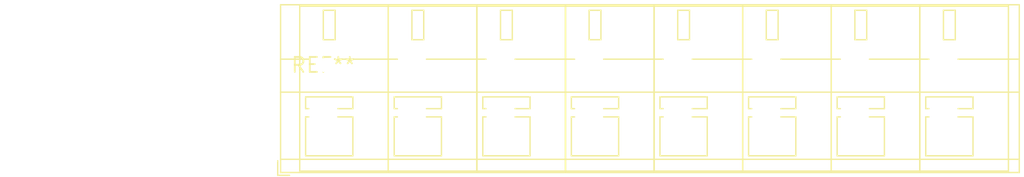
<source format=kicad_pcb>
(kicad_pcb (version 20240108) (generator pcbnew)
  (layers (0 "F.Cu" signal) (31 "B.Cu" signal) (34 "B.Paste" user) (35 "F.Paste" user) (36 "B.SilkS" user "B.Silkscreen") (37 "F.SilkS" user "F.Silkscreen") (38 "B.Mask" user) (39 "F.Mask" user) (44 "Edge.Cuts" user))
  (net 0 "")
  (footprint "TerminalBlock_WAGO_236-508_1x08_P7.50mm_45Degree" (layer "F.Cu") (at 0 0)
    (property "Reference" "REF**")
    (property "Value" "TerminalBlock_WAGO_236-508_1x08_P7.50mm_45Degree")
    (fp_line (start -3.86 8.12) (end -3.86 9.36) (layer "F.SilkS") (stroke (width 0.12)))
    (fp_line (start -3.86 9.36) (end -2.86 9.36) (layer "F.SilkS") (stroke (width 0.12)))
    (fp_line (start -3.62 -5.12) (end -3.62 9.12) (layer "F.SilkS") (stroke (width 0.12)))
    (fp_line (start -3.62 -5.12) (end 58.92 -5.12) (layer "F.SilkS") (stroke (width 0.12)))
    (fp_line (start -3.62 -0.5) (end -1.23 -0.5) (layer "F.SilkS") (stroke (width 0.12)))
    (fp_line (start -3.62 2.3) (end 58.92 2.3) (layer "F.SilkS") (stroke (width 0.12)))
    (fp_line (start -3.62 8) (end 58.92 8) (layer "F.SilkS") (stroke (width 0.12)))
    (fp_line (start -3.62 9.12) (end 58.92 9.12) (layer "F.SilkS") (stroke (width 0.12)))
    (fp_line (start -2 -5) (end -2 9) (layer "F.SilkS") (stroke (width 0.12)))
    (fp_line (start -2 -5) (end 5.5 -5) (layer "F.SilkS") (stroke (width 0.12)))
    (fp_line (start -2 9) (end 5.5 9) (layer "F.SilkS") (stroke (width 0.12)))
    (fp_line (start -1.5 2.7) (end -1.5 3.7) (layer "F.SilkS") (stroke (width 0.12)))
    (fp_line (start -1.5 2.7) (end 2.5 2.7) (layer "F.SilkS") (stroke (width 0.12)))
    (fp_line (start -1.5 3.7) (end -1.23 3.7) (layer "F.SilkS") (stroke (width 0.12)))
    (fp_line (start -1.5 4.4) (end -1.5 7.7) (layer "F.SilkS") (stroke (width 0.12)))
    (fp_line (start -1.5 4.4) (end -1.23 4.4) (layer "F.SilkS") (stroke (width 0.12)))
    (fp_line (start -1.5 7.7) (end 2.5 7.7) (layer "F.SilkS") (stroke (width 0.12)))
    (fp_line (start 0 -4.65) (end 0 -2.151) (layer "F.SilkS") (stroke (width 0.12)))
    (fp_line (start 0 -4.65) (end 1 -4.65) (layer "F.SilkS") (stroke (width 0.12)))
    (fp_line (start 0 -2.151) (end 1 -2.151) (layer "F.SilkS") (stroke (width 0.12)))
    (fp_line (start 1 -4.65) (end 1 -2.151) (layer "F.SilkS") (stroke (width 0.12)))
    (fp_line (start 1.23 -0.5) (end 6.27 -0.5) (layer "F.SilkS") (stroke (width 0.12)))
    (fp_line (start 1.23 3.7) (end 2.5 3.7) (layer "F.SilkS") (stroke (width 0.12)))
    (fp_line (start 1.23 4.4) (end 2.5 4.4) (layer "F.SilkS") (stroke (width 0.12)))
    (fp_line (start 2.5 2.7) (end 2.5 3.7) (layer "F.SilkS") (stroke (width 0.12)))
    (fp_line (start 2.5 4.4) (end 2.5 7.7) (layer "F.SilkS") (stroke (width 0.12)))
    (fp_line (start 5.5 -5) (end 5.5 9) (layer "F.SilkS") (stroke (width 0.12)))
    (fp_line (start 5.5 -5) (end 5.5 9) (layer "F.SilkS") (stroke (width 0.12)))
    (fp_line (start 5.5 -5) (end 13 -5) (layer "F.SilkS") (stroke (width 0.12)))
    (fp_line (start 5.5 9) (end 13 9) (layer "F.SilkS") (stroke (width 0.12)))
    (fp_line (start 6 2.7) (end 6 3.7) (layer "F.SilkS") (stroke (width 0.12)))
    (fp_line (start 6 2.7) (end 10 2.7) (layer "F.SilkS") (stroke (width 0.12)))
    (fp_line (start 6 3.7) (end 6.27 3.7) (layer "F.SilkS") (stroke (width 0.12)))
    (fp_line (start 6 4.4) (end 6 7.7) (layer "F.SilkS") (stroke (width 0.12)))
    (fp_line (start 6 4.4) (end 6.27 4.4) (layer "F.SilkS") (stroke (width 0.12)))
    (fp_line (start 6 7.7) (end 10 7.7) (layer "F.SilkS") (stroke (width 0.12)))
    (fp_line (start 7.5 -4.65) (end 7.5 -2.151) (layer "F.SilkS") (stroke (width 0.12)))
    (fp_line (start 7.5 -4.65) (end 8.5 -4.65) (layer "F.SilkS") (stroke (width 0.12)))
    (fp_line (start 7.5 -2.151) (end 8.5 -2.151) (layer "F.SilkS") (stroke (width 0.12)))
    (fp_line (start 8.5 -4.65) (end 8.5 -2.151) (layer "F.SilkS") (stroke (width 0.12)))
    (fp_line (start 8.73 -0.5) (end 13.77 -0.5) (layer "F.SilkS") (stroke (width 0.12)))
    (fp_line (start 8.73 3.7) (end 10 3.7) (layer "F.SilkS") (stroke (width 0.12)))
    (fp_line (start 8.73 4.4) (end 10 4.4) (layer "F.SilkS") (stroke (width 0.12)))
    (fp_line (start 10 2.7) (end 10 3.7) (layer "F.SilkS") (stroke (width 0.12)))
    (fp_line (start 10 4.4) (end 10 7.7) (layer "F.SilkS") (stroke (width 0.12)))
    (fp_line (start 13 -5) (end 13 9) (layer "F.SilkS") (stroke (width 0.12)))
    (fp_line (start 13 -5) (end 13 9) (layer "F.SilkS") (stroke (width 0.12)))
    (fp_line (start 13 -5) (end 20.5 -5) (layer "F.SilkS") (stroke (width 0.12)))
    (fp_line (start 13 9) (end 20.5 9) (layer "F.SilkS") (stroke (width 0.12)))
    (fp_line (start 13.5 2.7) (end 13.5 3.7) (layer "F.SilkS") (stroke (width 0.12)))
    (fp_line (start 13.5 2.7) (end 17.5 2.7) (layer "F.SilkS") (stroke (width 0.12)))
    (fp_line (start 13.5 3.7) (end 13.77 3.7) (layer "F.SilkS") (stroke (width 0.12)))
    (fp_line (start 13.5 4.4) (end 13.5 7.7) (layer "F.SilkS") (stroke (width 0.12)))
    (fp_line (start 13.5 4.4) (end 13.77 4.4) (layer "F.SilkS") (stroke (width 0.12)))
    (fp_line (start 13.5 7.7) (end 17.5 7.7) (layer "F.SilkS") (stroke (width 0.12)))
    (fp_line (start 15 -4.65) (end 15 -2.151) (layer "F.SilkS") (stroke (width 0.12)))
    (fp_line (start 15 -4.65) (end 16 -4.65) (layer "F.SilkS") (stroke (width 0.12)))
    (fp_line (start 15 -2.151) (end 16 -2.151) (layer "F.SilkS") (stroke (width 0.12)))
    (fp_line (start 16 -4.65) (end 16 -2.151) (layer "F.SilkS") (stroke (width 0.12)))
    (fp_line (start 16.23 -0.5) (end 21.27 -0.5) (layer "F.SilkS") (stroke (width 0.12)))
    (fp_line (start 16.23 3.7) (end 17.5 3.7) (layer "F.SilkS") (stroke (width 0.12)))
    (fp_line (start 16.23 4.4) (end 17.5 4.4) (layer "F.SilkS") (stroke (width 0.12)))
    (fp_line (start 17.5 2.7) (end 17.5 3.7) (layer "F.SilkS") (stroke (width 0.12)))
    (fp_line (start 17.5 4.4) (end 17.5 7.7) (layer "F.SilkS") (stroke (width 0.12)))
    (fp_line (start 20.5 -5) (end 20.5 9) (layer "F.SilkS") (stroke (width 0.12)))
    (fp_line (start 20.5 -5) (end 20.5 9) (layer "F.SilkS") (stroke (width 0.12)))
    (fp_line (start 20.5 -5) (end 28 -5) (layer "F.SilkS") (stroke (width 0.12)))
    (fp_line (start 20.5 9) (end 28 9) (layer "F.SilkS") (stroke (width 0.12)))
    (fp_line (start 21 2.7) (end 21 3.7) (layer "F.SilkS") (stroke (width 0.12)))
    (fp_line (start 21 2.7) (end 25 2.7) (layer "F.SilkS") (stroke (width 0.12)))
    (fp_line (start 21 3.7) (end 21.27 3.7) (layer "F.SilkS") (stroke (width 0.12)))
    (fp_line (start 21 4.4) (end 21 7.7) (layer "F.SilkS") (stroke (width 0.12)))
    (fp_line (start 21 4.4) (end 21.27 4.4) (layer "F.SilkS") (stroke (width 0.12)))
    (fp_line (start 21 7.7) (end 25 7.7) (layer "F.SilkS") (stroke (width 0.12)))
    (fp_line (start 22.5 -4.65) (end 22.5 -2.151) (layer "F.SilkS") (stroke (width 0.12)))
    (fp_line (start 22.5 -4.65) (end 23.5 -4.65) (layer "F.SilkS") (stroke (width 0.12)))
    (fp_line (start 22.5 -2.151) (end 23.5 -2.151) (layer "F.SilkS") (stroke (width 0.12)))
    (fp_line (start 23.5 -4.65) (end 23.5 -2.151) (layer "F.SilkS") (stroke (width 0.12)))
    (fp_line (start 23.73 -0.5) (end 28.77 -0.5) (layer "F.SilkS") (stroke (width 0.12)))
    (fp_line (start 23.73 3.7) (end 25 3.7) (layer "F.SilkS") (stroke (width 0.12)))
    (fp_line (start 23.73 4.4) (end 25 4.4) (layer "F.SilkS") (stroke (width 0.12)))
    (fp_line (start 25 2.7) (end 25 3.7) (layer "F.SilkS") (stroke (width 0.12)))
    (fp_line (start 25 4.4) (end 25 7.7) (layer "F.SilkS") (stroke (width 0.12)))
    (fp_line (start 28 -5) (end 28 9) (layer "F.SilkS") (stroke (width 0.12)))
    (fp_line (start 28 -5) (end 28 9) (layer "F.SilkS") (stroke (width 0.12)))
    (fp_line (start 28 -5) (end 35.5 -5) (layer "F.SilkS") (stroke (width 0.12)))
    (fp_line (start 28 9) (end 35.5 9) (layer "F.SilkS") (stroke (width 0.12)))
    (fp_line (start 28.5 2.7) (end 28.5 3.7) (layer "F.SilkS") (stroke (width 0.12)))
    (fp_line (start 28.5 2.7) (end 32.5 2.7) (layer "F.SilkS") (stroke (width 0.12)))
    (fp_line (start 28.5 3.7) (end 28.77 3.7) (layer "F.SilkS") (stroke (width 0.12)))
    (fp_line (start 28.5 4.4) (end 28.5 7.7) (layer "F.SilkS") (stroke (width 0.12)))
    (fp_line (start 28.5 4.4) (end 28.77 4.4) (layer "F.SilkS") (stroke (width 0.12)))
    (fp_line (start 28.5 7.7) (end 32.5 7.7) (layer "F.SilkS") (stroke (width 0.12)))
    (fp_line (start 30 -4.65) (end 30 -2.151) (layer "F.SilkS") (stroke (width 0.12)))
    (fp_line (start 30 -4.65) (end 31 -4.65) (layer "F.SilkS") (stroke (width 0.12)))
    (fp_line (start 30 -2.151) (end 31 -2.151) (layer "F.SilkS") (stroke (width 0.12)))
    (fp_line (start 31 -4.65) (end 31 -2.151) (layer "F.SilkS") (stroke (width 0.12)))
    (fp_line (start 31.23 -0.5) (end 36.27 -0.5) (layer "F.SilkS") (stroke (width 0.12)))
    (fp_line (start 31.23 3.7) (end 32.5 3.7) (layer "F.SilkS") (stroke (width 0.12)))
    (fp_line (start 31.23 4.4) (end 32.5 4.4) (layer "F.SilkS") (stroke (width 0.12)))
    (fp_line (start 32.5 2.7) (end 32.5 3.7) (layer "F.SilkS") (stroke (width 0.12)))
    (fp_line (start 32.5 4.4) (end 32.5 7.7) (layer "F.SilkS") (stroke (width 0.12)))
    (fp_line (start 35.5 -5) (end 35.5 9) (layer "F.SilkS") (stroke (width 0.12)))
    (fp_line (start 35.5 -5) (end 35.5 9) (layer "F.SilkS") (stroke (width 0.12)))
    (fp_line (start 35.5 -5) (end 43 -5) (layer "F.SilkS") (stroke (width 0.12)))
    (fp_line (start 35.5 9) (end 43 9) (layer "F.SilkS") (stroke (width 0.12)))
    (fp_line (start 36 2.7) (end 36 3.7) (layer "F.SilkS") (stroke (width 0.12)))
    (fp_line (start 36 2.7) (end 40 2.7) (layer "F.SilkS") (stroke (width 0.12)))
    (fp_line (start 36 3.7) (end 36.27 3.7) (layer "F.SilkS") (stroke (width 0.12)))
    (fp_line (start 36 4.4) (end 36 7.7) (layer "F.SilkS") (stroke (width 0.12)))
    (fp_line (start 36 4.4) (end 36.27 4.4) (layer "F.SilkS") (stroke (width 0.12)))
    (fp_line (start 36 7.7) (end 40 7.7) (layer "F.SilkS") (stroke (width 0.12)))
    (fp_line (start 37.5 -4.65) (end 37.5 -2.151) (layer "F.SilkS") (stroke (width 0.12)))
    (fp_line (start 37.5 -4.65) (end 38.5 -4.65) (layer "F.SilkS") (stroke (width 0.12)))
    (fp_line (start 37.5 -2.151) (end 38.5 -2.151) (layer "F.SilkS") (stroke (width 0.12)))
    (fp_line (start 38.5 -4.65) (end 38.5 -2.151) (layer "F.SilkS") (stroke (width 0.12)))
    (fp_line (start 38.73 -0.5) (end 43.77 -0.5) (layer "F.SilkS") (stroke (width 0.12)))
    (fp_line (start 38.73 3.7) (end 40 3.7) (layer "F.SilkS") (stroke (width 0.12)))
    (fp_line (start 38.73 4.4) (end 40 4.4) (layer "F.SilkS") (stroke (width 0.12)))
    (fp_line (start 40 2.7) (end 40 3.7) (layer "F.SilkS") (stroke (width 0.12)))
    (fp_line (start 40 4.4) (end 40 7.7) (layer "F.SilkS") (stroke (width 0.12)))
    (fp_line (start 43 -5) (end 43 9) (layer "F.SilkS") (stroke (width 0.12)))
    (fp_line (start 43 -5) (end 43 9) (layer "F.SilkS") (stroke (width 0.12)))
    (fp_line (start 43 -5) (end 50.5 -5) (layer "F.SilkS") (stroke (width 0.12)))
    (fp_line (start 43 9) (end 50.5 9) (layer "F.SilkS") (stroke (width 0.12)))
    (fp_line (start 43.5 2.7) (end 43.5 3.7) (layer "F.SilkS") (stroke (width 0.12)))
    (fp_line (start 43.5 2.7) (end 47.5 2.7) (layer "F.SilkS") (stroke (width 0.12)))
    (fp_line (start 43.5 3.7) (end 43.77 3.7) (layer "F.SilkS") (stroke (width 0.12)))
    (fp_line (start 43.5 4.4) (end 43.5 7.7) (layer "F.SilkS") (stroke (width 0.12)))
    (fp_line (start 43.5 4.4) (end 43.77 4.4) (layer "F.SilkS") (stroke (width 0.12)))
    (fp_line (start 43.5 7.7) (end 47.5 7.7) (layer "F.SilkS") (stroke (width 0.12)))
    (fp_line (start 45 -4.65) (end 45 -2.151) (layer "F.SilkS") (stroke (width 0.12)))
    (fp_line (start 45 -4.65) (end 46 -4.65) (layer "F.SilkS") (stroke (width 0.12)))
    (fp_line (start 45 -2.151) (end 46 -2.151) (layer "F.SilkS") (stroke (width 0.12)))
    (fp_line (start 46 -4.65) (end 46 -2.151) (layer "F.SilkS") (stroke (width 0.12)))
    (fp_line (start 46.23 -0.5) (end 51.27 -0.5) (layer "F.SilkS") (stroke (width 0.12)))
    (fp_line (start 46.23 3.7) (end 47.5 3.7) (layer "F.SilkS") (stroke (width 0.12)))
    (fp_line (start 46.23 4.4) (end 47.5 4.4) (layer "F.SilkS") (stroke (width 0.12)))
    (fp_line (start 47.5 2.7) (end 47.5 3.7) (layer "F.SilkS") (stroke (width 0.12)))
    (fp_line (start 47.5 4.4) (end 47.5 7.7) (layer "F.SilkS") (stroke (width 0.12)))
    (fp_line (start 50.5 -5) (end 50.5 9) (layer "F.SilkS") (stroke (width 0.12)))
    (fp_line (start 50.5 -5) (end 50.5 9) (layer "F.SilkS") (stroke (width 0.12)))
    (fp_line (start 50.5 -5) (end 58 -5) (layer "F.SilkS") (stroke (width 0.12)))
    (fp_line (start 50.5 9) (end 58 9) (layer "F.SilkS") (stroke (width 0.12)))
    (fp_line (start 51 2.7) (end 51 3.7) (layer "F.SilkS") (stroke (width 0.12)))
    (fp_line (start 51 2.7) (end 55 2.7) (layer "F.SilkS") (stroke (width 0.12)))
    (fp_line (start 51 3.7) (end 51.27 3.7) (layer "F.SilkS") (stroke (width 0.12)))
    (fp_line (start 51 4.4) (end 51 7.7) (layer "F.SilkS") (stroke (width 0.12)))
    (fp_line (start 51 4.4) (end 51.27 4.4) (layer "F.SilkS") (stroke (width 0.12)))
    (fp_line (start 51 7.7) (end 55 7.7) (layer "F.SilkS") (stroke (width 0.12)))
    (fp_line (start 52.5 -4.65) (end 52.5 -2.151) (layer "F.SilkS") (stroke (width 0.12)))
    (fp_line (start 52.5 -4.65) (end 53.5 -4.65) (layer "F.SilkS") (stroke (width 0.12)))
    (fp_line (start 52.5 -2.151) (end 53.5 -2.151) (layer "F.SilkS") (stroke (width 0.12)))
    (fp_line (start 53.5 -4.65) (end 53.5 -2.151) (layer "F.SilkS") (stroke (width 0.12)))
    (fp_line (start 53.73 -0.5) (end 58.92 -0.5) (layer "F.SilkS") (stroke (width 0.12)))
    (fp_line (start 53.73 3.7) (end 55 3.7) (layer "F.SilkS") (stroke (width 0.12)))
    (fp_line (start 53.73 4.4) (end 55 4.4) (layer "F.SilkS") (stroke (width 0.12)))
    (fp_line (start 55 2.7) (end 55 3.7) (layer "F.SilkS") (stroke (width 0.12)))
    (fp_line (start 55 4.4) (end 55 7.7) (layer "F.SilkS") (stroke (width 0.12)))
    (fp_line (start 58 -5) (end 58 9) (layer "F.SilkS") (stroke (width 0.12)))
    (fp_line (start 58.92 -5.12) (end 58.92 9.12) (layer "F.SilkS") (stroke (width 0.12)))
    (pad "1" thru_hole rect (at 0 0) (size 1.5 3) (drill 1.15) (layers *.Cu *.Mask) (remove_unused_layers))
    (pad "1" thru_hole rect (at 0 5) (size 1.5 3) (drill 1.15) (layers *.Cu *.Mask) (remove_unused_layers))
    (pad "2" thru_hole oval (at 7.5 0) (size 1.5 3) (drill 1.15) (layers *.Cu *.Mask) (remove_unused_layers))
    (pad "2" thru_hole oval (at 7.5 5) (size 1.5 3) (drill 1.15) (layers *.Cu *.Mask) (remove_unused_layers))
    (pad "3" thru_hole oval (at 15 0) (size 1.5 3) (drill 1.15) (layers *.Cu *.Mask) (remove_unused_layers))
    (pad "3" thru_hole oval (at 15 5) (size 1.5 3) (drill 1.15) (layers *.Cu *.Mask) (remove_unused_layers))
    (pad "4" thru_hole oval (at 22.5 0) (size 1.5 3) (drill 1.15) (layers *.Cu *.Mask) (remove_unused_layers))
    (pad "4" thru_hole oval (at 22.5 5) (size 1.5 3) (drill 1.15) (layers *.Cu *.Mask) (remove_unused_layers))
    (pad "5" thru_hole oval (at 30 0) (size 1.5 3) (drill 1.15) (layers *.Cu *.Mask) (remove_unused_layers))
    (pad "5" thru_hole oval (at 30 5) (size 1.5 3) (drill 1.15) (layers *.Cu *.Mask) (remove_unused_layers))
    (pad "6" thru_hole oval (at 37.5 0) (size 1.5 3) (drill 1.15) (layers *.Cu *.Mask) (remove_unused_layers))
    (pad "6" thru_hole oval (at 37.5 5) (size 1.5 3) (drill 1.15) (layers *.Cu *.Mask) (remove_unused_layers))
    (pad "7" thru_hole oval (at 45 0) (size 1.5 3) (drill 1.15) (layers *.Cu *.Mask) (remove_unused_layers))
    (pad "7" thru_hole oval (at 45 5) (size 1.5 3) (drill 1.15) (layers *.Cu *.Mask) (remove_unused_layers))
    (pad "8" thru_hole oval (at 52.5 0) (size 1.5 3) (drill 1.15) (layers *.Cu *.Mask) (remove_unused_layers))
    (pad "8" thru_hole oval (at 52.5 5) (size 1.5 3) (drill 1.15) (layers *.Cu *.Mask) (remove_unused_layers))
  )
)
</source>
